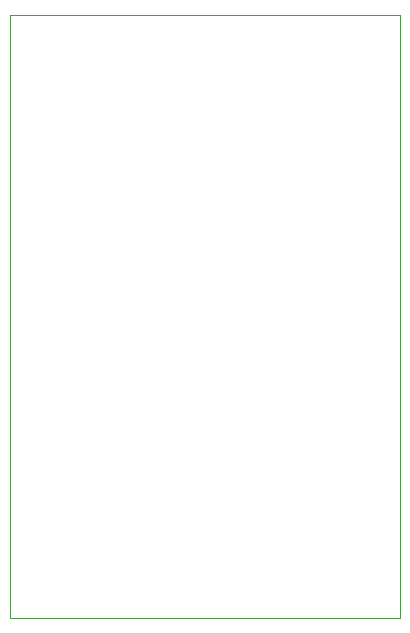
<source format=gm1>
G04 #@! TF.GenerationSoftware,KiCad,Pcbnew,8.0.4*
G04 #@! TF.CreationDate,2024-10-30T20:05:23-07:00*
G04 #@! TF.ProjectId,Valve,56616c76-652e-46b6-9963-61645f706362,rev?*
G04 #@! TF.SameCoordinates,Original*
G04 #@! TF.FileFunction,Profile,NP*
%FSLAX46Y46*%
G04 Gerber Fmt 4.6, Leading zero omitted, Abs format (unit mm)*
G04 Created by KiCad (PCBNEW 8.0.4) date 2024-10-30 20:05:23*
%MOMM*%
%LPD*%
G01*
G04 APERTURE LIST*
G04 #@! TA.AperFunction,Profile*
%ADD10C,0.038100*%
G04 #@! TD*
G04 APERTURE END LIST*
D10*
X126000000Y-75000000D02*
X159000000Y-75000000D01*
X126000000Y-126000000D02*
X126000000Y-75000000D01*
X159000000Y-75000000D02*
X159000000Y-126000000D01*
X159000000Y-126000000D02*
X126000000Y-126000000D01*
M02*

</source>
